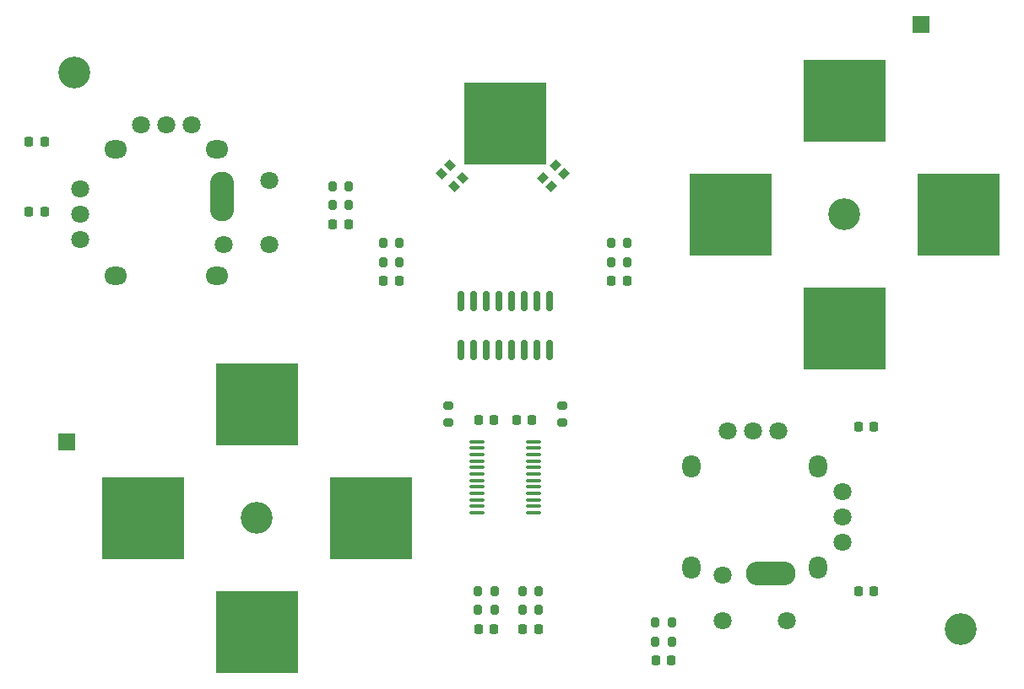
<source format=gts>
%TF.GenerationSoftware,KiCad,Pcbnew,9.0.5*%
%TF.CreationDate,2025-11-15T17:59:51+00:00*%
%TF.ProjectId,gk-controls,676b2d63-6f6e-4747-926f-6c732e6b6963,rev?*%
%TF.SameCoordinates,Original*%
%TF.FileFunction,Soldermask,Top*%
%TF.FilePolarity,Negative*%
%FSLAX46Y46*%
G04 Gerber Fmt 4.6, Leading zero omitted, Abs format (unit mm)*
G04 Created by KiCad (PCBNEW 9.0.5) date 2025-11-15 17:59:51*
%MOMM*%
%LPD*%
G01*
G04 APERTURE LIST*
G04 Aperture macros list*
%AMRoundRect*
0 Rectangle with rounded corners*
0 $1 Rounding radius*
0 $2 $3 $4 $5 $6 $7 $8 $9 X,Y pos of 4 corners*
0 Add a 4 corners polygon primitive as box body*
4,1,4,$2,$3,$4,$5,$6,$7,$8,$9,$2,$3,0*
0 Add four circle primitives for the rounded corners*
1,1,$1+$1,$2,$3*
1,1,$1+$1,$4,$5*
1,1,$1+$1,$6,$7*
1,1,$1+$1,$8,$9*
0 Add four rect primitives between the rounded corners*
20,1,$1+$1,$2,$3,$4,$5,0*
20,1,$1+$1,$4,$5,$6,$7,0*
20,1,$1+$1,$6,$7,$8,$9,0*
20,1,$1+$1,$8,$9,$2,$3,0*%
%AMRotRect*
0 Rectangle, with rotation*
0 The origin of the aperture is its center*
0 $1 length*
0 $2 width*
0 $3 Rotation angle, in degrees counterclockwise*
0 Add horizontal line*
21,1,$1,$2,0,0,$3*%
G04 Aperture macros list end*
%ADD10C,0.120000*%
%ADD11C,1.800000*%
%ADD12O,5.000000X2.400000*%
%ADD13O,1.800000X2.300000*%
%ADD14RoundRect,0.200000X-0.200000X-0.275000X0.200000X-0.275000X0.200000X0.275000X-0.200000X0.275000X0*%
%ADD15RoundRect,0.225000X-0.225000X-0.250000X0.225000X-0.250000X0.225000X0.250000X-0.225000X0.250000X0*%
%ADD16RoundRect,0.200000X0.200000X0.275000X-0.200000X0.275000X-0.200000X-0.275000X0.200000X-0.275000X0*%
%ADD17RoundRect,0.225000X0.225000X0.250000X-0.225000X0.250000X-0.225000X-0.250000X0.225000X-0.250000X0*%
%ADD18R,1.700000X1.700000*%
%ADD19RoundRect,0.200000X0.275000X-0.200000X0.275000X0.200000X-0.275000X0.200000X-0.275000X-0.200000X0*%
%ADD20RoundRect,0.150000X-0.150000X0.825000X-0.150000X-0.825000X0.150000X-0.825000X0.150000X0.825000X0*%
%ADD21C,3.200000*%
%ADD22RotRect,0.900000X0.800000X135.000000*%
%ADD23RoundRect,0.200000X-0.275000X0.200000X-0.275000X-0.200000X0.275000X-0.200000X0.275000X0.200000X0*%
%ADD24RoundRect,0.100000X-0.637500X-0.100000X0.637500X-0.100000X0.637500X0.100000X-0.637500X0.100000X0*%
%ADD25RotRect,0.900000X0.800000X45.000000*%
%ADD26O,2.400000X5.000000*%
%ADD27O,2.300000X1.800000*%
G04 APERTURE END LIST*
%TO.C,SW_L1*%
D10*
X66294000Y-82550000D02*
X74422000Y-82550000D01*
X74422000Y-90678000D01*
X66294000Y-90678000D01*
X66294000Y-82550000D01*
G36*
X66294000Y-82550000D02*
G01*
X74422000Y-82550000D01*
X74422000Y-90678000D01*
X66294000Y-90678000D01*
X66294000Y-82550000D01*
G37*
%TO.C,SW_D1*%
X77724000Y-93980000D02*
X85852000Y-93980000D01*
X85852000Y-102108000D01*
X77724000Y-102108000D01*
X77724000Y-93980000D01*
G36*
X77724000Y-93980000D02*
G01*
X85852000Y-93980000D01*
X85852000Y-102108000D01*
X77724000Y-102108000D01*
X77724000Y-93980000D01*
G37*
%TO.C,SW_B1*%
X148074660Y-52072132D02*
X156202660Y-52072132D01*
X156202660Y-60200132D01*
X148074660Y-60200132D01*
X148074660Y-52072132D01*
G36*
X148074660Y-52072132D02*
G01*
X156202660Y-52072132D01*
X156202660Y-60200132D01*
X148074660Y-60200132D01*
X148074660Y-52072132D01*
G37*
%TO.C,SW_X1*%
X125214660Y-52072132D02*
X133342660Y-52072132D01*
X133342660Y-60200132D01*
X125214660Y-60200132D01*
X125214660Y-52072132D01*
G36*
X125214660Y-52072132D02*
G01*
X133342660Y-52072132D01*
X133342660Y-60200132D01*
X125214660Y-60200132D01*
X125214660Y-52072132D01*
G37*
%TO.C,SW_R1*%
X89154000Y-82550000D02*
X97282000Y-82550000D01*
X97282000Y-90678000D01*
X89154000Y-90678000D01*
X89154000Y-82550000D01*
G36*
X89154000Y-82550000D02*
G01*
X97282000Y-82550000D01*
X97282000Y-90678000D01*
X89154000Y-90678000D01*
X89154000Y-82550000D01*
G37*
%TO.C,SW_A1*%
X136644660Y-63502132D02*
X144772660Y-63502132D01*
X144772660Y-71630132D01*
X136644660Y-71630132D01*
X136644660Y-63502132D01*
G36*
X136644660Y-63502132D02*
G01*
X144772660Y-63502132D01*
X144772660Y-71630132D01*
X136644660Y-71630132D01*
X136644660Y-63502132D01*
G37*
%TO.C,SW_Y1*%
X136644660Y-40642132D02*
X144772660Y-40642132D01*
X144772660Y-48770132D01*
X136644660Y-48770132D01*
X136644660Y-40642132D01*
G36*
X136644660Y-40642132D02*
G01*
X144772660Y-40642132D01*
X144772660Y-48770132D01*
X136644660Y-48770132D01*
X136644660Y-40642132D01*
G37*
%TO.C,SW_U1*%
X77724000Y-71120000D02*
X85852000Y-71120000D01*
X85852000Y-79248000D01*
X77724000Y-79248000D01*
X77724000Y-71120000D01*
G36*
X77724000Y-71120000D02*
G01*
X85852000Y-71120000D01*
X85852000Y-79248000D01*
X77724000Y-79248000D01*
X77724000Y-71120000D01*
G37*
%TO.C,SW_MENU1*%
X110744000Y-51054000D02*
X102616000Y-51054000D01*
X102616000Y-42926000D01*
X110744000Y-42926000D01*
X110744000Y-51054000D01*
G36*
X110744000Y-51054000D02*
G01*
X102616000Y-51054000D01*
X102616000Y-42926000D01*
X110744000Y-42926000D01*
X110744000Y-51054000D01*
G37*
%TD*%
D11*
%TO.C,SW2*%
X134962260Y-96924732D03*
D12*
X133362260Y-92202732D03*
D11*
X128459860Y-96924732D03*
X128459860Y-92352732D03*
X140499460Y-84046932D03*
X140499460Y-86586932D03*
X140499460Y-89126932D03*
X129018660Y-77900132D03*
X131558660Y-77900132D03*
X134098660Y-77900132D03*
D13*
X138061060Y-81506932D03*
X138061060Y-91641532D03*
X125361060Y-91641532D03*
X125361060Y-81506932D03*
%TD*%
D14*
%TO.C,R36*%
X108395000Y-93980000D03*
X110045000Y-93980000D03*
%TD*%
D15*
%TO.C,C23*%
X104000000Y-97790000D03*
X105550000Y-97790000D03*
%TD*%
D14*
%TO.C,R35*%
X103950000Y-93980000D03*
X105600000Y-93980000D03*
%TD*%
D15*
%TO.C,C21*%
X117335000Y-62865000D03*
X118885000Y-62865000D03*
%TD*%
D16*
%TO.C,R38*%
X110045000Y-95885000D03*
X108395000Y-95885000D03*
%TD*%
D17*
%TO.C,C4*%
X60465000Y-48895000D03*
X58915000Y-48895000D03*
%TD*%
D18*
%TO.C,H5*%
X62738000Y-78994000D03*
%TD*%
D19*
%TO.C,R11*%
X112395000Y-77025000D03*
X112395000Y-75375000D03*
%TD*%
D20*
%TO.C,U2*%
X111125000Y-64835000D03*
X109855000Y-64835000D03*
X108585000Y-64835000D03*
X107315000Y-64835000D03*
X106045000Y-64835000D03*
X104775000Y-64835000D03*
X103505000Y-64835000D03*
X102235000Y-64835000D03*
X102235000Y-69785000D03*
X103505000Y-69785000D03*
X104775000Y-69785000D03*
X106045000Y-69785000D03*
X107315000Y-69785000D03*
X108585000Y-69785000D03*
X109855000Y-69785000D03*
X111125000Y-69785000D03*
%TD*%
D21*
%TO.C,H4*%
X152400000Y-97790000D03*
%TD*%
D22*
%TO.C,D1*%
X101560132Y-53384660D03*
X102408660Y-52536132D03*
X101135868Y-51263340D03*
X100287340Y-52111868D03*
%TD*%
D14*
%TO.C,R2*%
X89345000Y-55245000D03*
X90995000Y-55245000D03*
%TD*%
D21*
%TO.C,H2*%
X140708660Y-56136132D03*
%TD*%
D17*
%TO.C,C9*%
X109360000Y-76835000D03*
X107810000Y-76835000D03*
%TD*%
D23*
%TO.C,R5*%
X100965000Y-75375000D03*
X100965000Y-77025000D03*
%TD*%
D17*
%TO.C,C6*%
X143650000Y-93980000D03*
X142100000Y-93980000D03*
%TD*%
D24*
%TO.C,U1*%
X103817500Y-78975000D03*
X103817500Y-79625000D03*
X103817500Y-80275000D03*
X103817500Y-80925000D03*
X103817500Y-81575000D03*
X103817500Y-82225000D03*
X103817500Y-82875000D03*
X103817500Y-83525000D03*
X103817500Y-84175000D03*
X103817500Y-84825000D03*
X103817500Y-85475000D03*
X103817500Y-86125000D03*
X109542500Y-86125000D03*
X109542500Y-85475000D03*
X109542500Y-84825000D03*
X109542500Y-84175000D03*
X109542500Y-83525000D03*
X109542500Y-82875000D03*
X109542500Y-82225000D03*
X109542500Y-81575000D03*
X109542500Y-80925000D03*
X109542500Y-80275000D03*
X109542500Y-79625000D03*
X109542500Y-78975000D03*
%TD*%
D17*
%TO.C,C8*%
X90945000Y-57150000D03*
X89395000Y-57150000D03*
%TD*%
%TO.C,C5*%
X60465000Y-55880000D03*
X58915000Y-55880000D03*
%TD*%
D25*
%TO.C,D2*%
X110447340Y-52536132D03*
X111295868Y-53384660D03*
X112568660Y-52111868D03*
X111720132Y-51263340D03*
%TD*%
D14*
%TO.C,R29*%
X94425000Y-59055000D03*
X96075000Y-59055000D03*
%TD*%
D16*
%TO.C,R37*%
X105600000Y-95885000D03*
X103950000Y-95885000D03*
%TD*%
D21*
%TO.C,H3*%
X63500000Y-41910000D03*
%TD*%
D15*
%TO.C,C10*%
X104000000Y-76835000D03*
X105550000Y-76835000D03*
%TD*%
D16*
%TO.C,R32*%
X96075000Y-60960000D03*
X94425000Y-60960000D03*
%TD*%
D11*
%TO.C,SW1*%
X83047260Y-52732532D03*
D26*
X78325260Y-54332532D03*
D11*
X83047260Y-59234932D03*
X78475260Y-59234932D03*
X70169460Y-47195332D03*
X72709460Y-47195332D03*
X75249460Y-47195332D03*
X64022660Y-58676132D03*
X64022660Y-56136132D03*
X64022660Y-53596132D03*
D27*
X67629460Y-49633732D03*
X77764060Y-49633732D03*
X77764060Y-62333732D03*
X67629460Y-62333732D03*
%TD*%
D16*
%TO.C,R4*%
X123380000Y-99060000D03*
X121730000Y-99060000D03*
%TD*%
D21*
%TO.C,H1*%
X81788000Y-86614000D03*
%TD*%
D15*
%TO.C,C24*%
X108445000Y-97790000D03*
X109995000Y-97790000D03*
%TD*%
%TO.C,C7*%
X142100000Y-77470000D03*
X143650000Y-77470000D03*
%TD*%
D18*
%TO.C,H6*%
X148358660Y-37086132D03*
%TD*%
D15*
%TO.C,C20*%
X94475000Y-62865000D03*
X96025000Y-62865000D03*
%TD*%
D14*
%TO.C,R1*%
X89345000Y-53340000D03*
X90995000Y-53340000D03*
%TD*%
%TO.C,R30*%
X117285000Y-59055000D03*
X118935000Y-59055000D03*
%TD*%
D16*
%TO.C,R33*%
X118935000Y-60960000D03*
X117285000Y-60960000D03*
%TD*%
D15*
%TO.C,C11*%
X121780000Y-100965000D03*
X123330000Y-100965000D03*
%TD*%
D16*
%TO.C,R3*%
X123380000Y-97155000D03*
X121730000Y-97155000D03*
%TD*%
M02*

</source>
